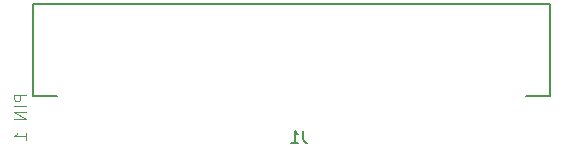
<source format=gbr>
%TF.GenerationSoftware,KiCad,Pcbnew,8.0.4*%
%TF.CreationDate,2024-08-13T11:23:36+10:00*%
%TF.ProjectId,A1200KBv2,41313230-304b-4427-9632-2e6b69636164,rev?*%
%TF.SameCoordinates,Original*%
%TF.FileFunction,Legend,Bot*%
%TF.FilePolarity,Positive*%
%FSLAX46Y46*%
G04 Gerber Fmt 4.6, Leading zero omitted, Abs format (unit mm)*
G04 Created by KiCad (PCBNEW 8.0.4) date 2024-08-13 11:23:36*
%MOMM*%
%LPD*%
G01*
G04 APERTURE LIST*
%ADD10C,0.100000*%
%ADD11C,0.150000*%
G04 APERTURE END LIST*
D10*
X170887219Y-61807484D02*
X169887219Y-61807484D01*
X169887219Y-61807484D02*
X169887219Y-62188436D01*
X169887219Y-62188436D02*
X169934838Y-62283674D01*
X169934838Y-62283674D02*
X169982457Y-62331293D01*
X169982457Y-62331293D02*
X170077695Y-62378912D01*
X170077695Y-62378912D02*
X170220552Y-62378912D01*
X170220552Y-62378912D02*
X170315790Y-62331293D01*
X170315790Y-62331293D02*
X170363409Y-62283674D01*
X170363409Y-62283674D02*
X170411028Y-62188436D01*
X170411028Y-62188436D02*
X170411028Y-61807484D01*
X170887219Y-62807484D02*
X169887219Y-62807484D01*
X170887219Y-63283674D02*
X169887219Y-63283674D01*
X169887219Y-63283674D02*
X170887219Y-63855102D01*
X170887219Y-63855102D02*
X169887219Y-63855102D01*
X170887219Y-65617007D02*
X170887219Y-65045579D01*
X170887219Y-65331293D02*
X169887219Y-65331293D01*
X169887219Y-65331293D02*
X170030076Y-65236055D01*
X170030076Y-65236055D02*
X170125314Y-65140817D01*
X170125314Y-65140817D02*
X170172933Y-65045579D01*
D11*
X194348133Y-64864919D02*
X194348133Y-65579204D01*
X194348133Y-65579204D02*
X194395752Y-65722061D01*
X194395752Y-65722061D02*
X194490990Y-65817300D01*
X194490990Y-65817300D02*
X194633847Y-65864919D01*
X194633847Y-65864919D02*
X194729085Y-65864919D01*
X193348133Y-65864919D02*
X193919561Y-65864919D01*
X193633847Y-65864919D02*
X193633847Y-64864919D01*
X193633847Y-64864919D02*
X193729085Y-65007776D01*
X193729085Y-65007776D02*
X193824323Y-65103014D01*
X193824323Y-65103014D02*
X193919561Y-65150633D01*
%TO.C,J1*%
X171514800Y-61910100D02*
X171514800Y-54160100D01*
X171514800Y-61910100D02*
X173514800Y-61910100D01*
X213264800Y-61910100D02*
X215264800Y-61910100D01*
X215264800Y-54160100D02*
X171514800Y-54160100D01*
X215264800Y-61910100D02*
X215264800Y-54160100D01*
%TD*%
M02*

</source>
